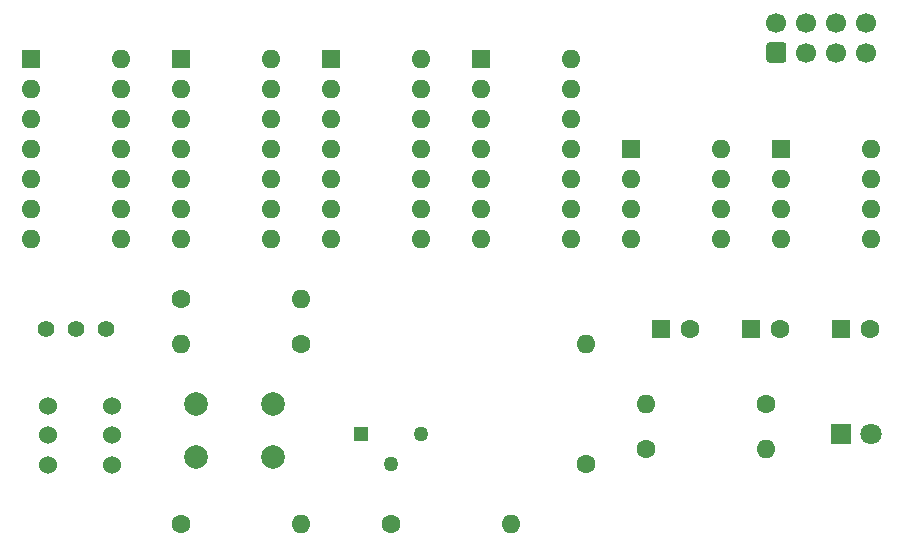
<source format=gts>
G04 #@! TF.GenerationSoftware,KiCad,Pcbnew,(5.1.10)-1*
G04 #@! TF.CreationDate,2023-01-28T17:33:24+01:00*
G04 #@! TF.ProjectId,8-bit-computer_clock_pcb,382d6269-742d-4636-9f6d-70757465725f,rev?*
G04 #@! TF.SameCoordinates,Original*
G04 #@! TF.FileFunction,Soldermask,Top*
G04 #@! TF.FilePolarity,Negative*
%FSLAX46Y46*%
G04 Gerber Fmt 4.6, Leading zero omitted, Abs format (unit mm)*
G04 Created by KiCad (PCBNEW (5.1.10)-1) date 2023-01-28 17:33:24*
%MOMM*%
%LPD*%
G01*
G04 APERTURE LIST*
%ADD10C,1.700000*%
%ADD11O,1.600000X1.600000*%
%ADD12R,1.600000X1.600000*%
%ADD13C,1.600000*%
%ADD14R,1.800000X1.800000*%
%ADD15C,1.800000*%
%ADD16C,1.400000*%
%ADD17R,1.268000X1.268000*%
%ADD18C,1.268000*%
%ADD19C,2.000000*%
%ADD20C,1.524000*%
G04 APERTURE END LIST*
G36*
G01*
X173256500Y-77812000D02*
X172056500Y-77812000D01*
G75*
G02*
X171806500Y-77562000I0J250000D01*
G01*
X171806500Y-76362000D01*
G75*
G02*
X172056500Y-76112000I250000J0D01*
G01*
X173256500Y-76112000D01*
G75*
G02*
X173506500Y-76362000I0J-250000D01*
G01*
X173506500Y-77562000D01*
G75*
G02*
X173256500Y-77812000I-250000J0D01*
G01*
G37*
D10*
X175196500Y-76962000D03*
X177736500Y-76962000D03*
X180276500Y-76962000D03*
X172656500Y-74422000D03*
X175196500Y-74422000D03*
X177736500Y-74422000D03*
X180276500Y-74422000D03*
D11*
X180657500Y-85090000D03*
X173037500Y-92710000D03*
X180657500Y-87630000D03*
X173037500Y-90170000D03*
X180657500Y-90170000D03*
X173037500Y-87630000D03*
X180657500Y-92710000D03*
D12*
X173037500Y-85090000D03*
D13*
X165377500Y-100330000D03*
D12*
X162877500Y-100330000D03*
X170497500Y-100330000D03*
D13*
X172997500Y-100330000D03*
D12*
X178117500Y-100330000D03*
D13*
X180617500Y-100330000D03*
D14*
X178117500Y-109220000D03*
D15*
X180657500Y-109220000D03*
D16*
X110807500Y-100330000D03*
X113347500Y-100330000D03*
X115887500Y-100330000D03*
D13*
X171767500Y-106680000D03*
D11*
X161607500Y-106680000D03*
D13*
X140017500Y-116840000D03*
D11*
X150177500Y-116840000D03*
D13*
X156527500Y-111760000D03*
D11*
X156527500Y-101600000D03*
D13*
X122237500Y-97790000D03*
D11*
X132397500Y-97790000D03*
X132397500Y-116840000D03*
D13*
X122237500Y-116840000D03*
D11*
X122237500Y-101600000D03*
D13*
X132397500Y-101600000D03*
D11*
X171767500Y-110490000D03*
D13*
X161607500Y-110490000D03*
D17*
X137477500Y-109235000D03*
D18*
X140017500Y-111775000D03*
X142557500Y-109235000D03*
D19*
X123507500Y-111180000D03*
X123507500Y-106680000D03*
X130007500Y-111180000D03*
X130007500Y-106680000D03*
D12*
X160337500Y-85090000D03*
D11*
X167957500Y-92710000D03*
X160337500Y-87630000D03*
X167957500Y-90170000D03*
X160337500Y-90170000D03*
X167957500Y-87630000D03*
X160337500Y-92710000D03*
X167957500Y-85090000D03*
X117157500Y-77470000D03*
X109537500Y-92710000D03*
X117157500Y-80010000D03*
X109537500Y-90170000D03*
X117157500Y-82550000D03*
X109537500Y-87630000D03*
X117157500Y-85090000D03*
X109537500Y-85090000D03*
X117157500Y-87630000D03*
X109537500Y-82550000D03*
X117157500Y-90170000D03*
X109537500Y-80010000D03*
X117157500Y-92710000D03*
D12*
X109537500Y-77470000D03*
D11*
X129857500Y-77470000D03*
X122237500Y-92710000D03*
X129857500Y-80010000D03*
X122237500Y-90170000D03*
X129857500Y-82550000D03*
X122237500Y-87630000D03*
X129857500Y-85090000D03*
X122237500Y-85090000D03*
X129857500Y-87630000D03*
X122237500Y-82550000D03*
X129857500Y-90170000D03*
X122237500Y-80010000D03*
X129857500Y-92710000D03*
D12*
X122237500Y-77470000D03*
X134937500Y-77470000D03*
D11*
X142557500Y-92710000D03*
X134937500Y-80010000D03*
X142557500Y-90170000D03*
X134937500Y-82550000D03*
X142557500Y-87630000D03*
X134937500Y-85090000D03*
X142557500Y-85090000D03*
X134937500Y-87630000D03*
X142557500Y-82550000D03*
X134937500Y-90170000D03*
X142557500Y-80010000D03*
X134937500Y-92710000D03*
X142557500Y-77470000D03*
D12*
X147637500Y-77470000D03*
D11*
X155257500Y-92710000D03*
X147637500Y-80010000D03*
X155257500Y-90170000D03*
X147637500Y-82550000D03*
X155257500Y-87630000D03*
X147637500Y-85090000D03*
X155257500Y-85090000D03*
X147637500Y-87630000D03*
X155257500Y-82550000D03*
X147637500Y-90170000D03*
X155257500Y-80010000D03*
X147637500Y-92710000D03*
X155257500Y-77470000D03*
D20*
X116365000Y-106847000D03*
X110965000Y-106847000D03*
X116365000Y-109347000D03*
X116365000Y-111847000D03*
X110965000Y-109347000D03*
X110965000Y-111847000D03*
M02*

</source>
